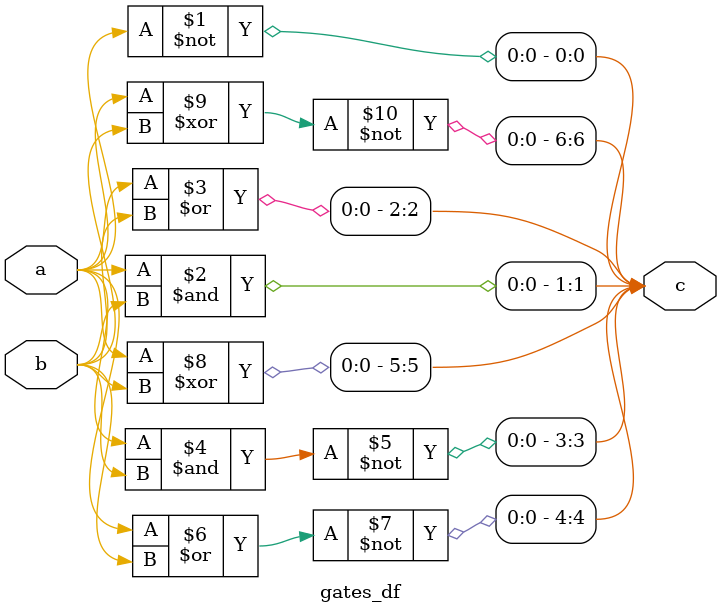
<source format=v>
`timescale 1ns / 1ps


module gates_df(
input a,input b,output [0:6]c
    );
assign c[0]=~a; 
assign c[1]=a&b;
assign c[2]=a|b;
assign c[3]=~(a&b);
assign c[4]=~(a|b);
assign c[5]=a^b;
assign c[6]=~(a^b);   
endmodule

</source>
